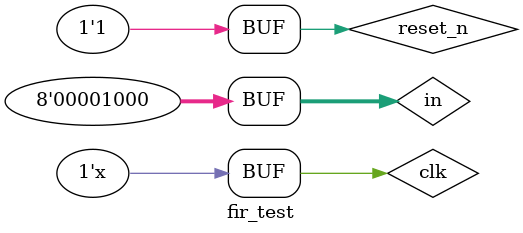
<source format=v>
`timescale 1ns / 1ps

module fir_test(

    );
    reg [7:0] in=0;
    reg reset_n;
    reg clk;
    wire [7:0] out;
    fir fir_unit(.datain( in),
             .reset_n(reset_n),
             .clk(clk),
             .dataout(out));
             
    always #2 clk=~clk;
    initial
    begin
        clk=1'b0;
        reset_n=1'b1;
        #10 reset_n=1'b0;
        #4 reset_n=1'b1;
        #4 in=8'b00000001;
        #4 in=8'b00000010;
        #4 in=8'b00000011;
        #4 in=8'b00000100;
        #4 in=8'b00000101;
        #4 in=8'b00000110;
        #4 in=8'b00000111;
        #4 in=8'b00001000;
    end
   
endmodule

</source>
